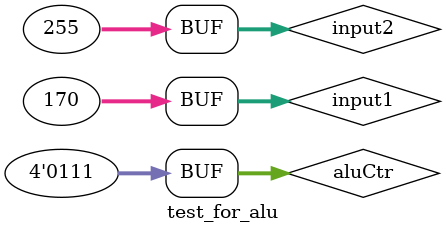
<source format=v>
`timescale 1ns / 1ps


module test_for_alu;

	// Inputs
	reg [31:0] input1;
	reg [31:0] input2;
	reg [3:0] aluCtr;

	// Outputs
	wire zero;
	wire [31:0] aluRes;

	// Instantiate the Unit Under Test (UUT)
	alu uut (
		.input1(input1), 
		.input2(input2), 
		.aluCtr(aluCtr), 
		.zero(zero), 
		.aluRes(aluRes)
	);

	initial begin
		// Initialize Inputs
		input1 = 0;
		input2 = 0;
		aluCtr = 0;

		// Wait 100 ns for global reset to finish
		#100;
      #100
		begin
		input1=0;
		input2=0;
		aluCtr=0;
		end
      #100
		begin
		input1=255;
		input2=170;
		aluCtr=0;
		end      
		#100
		begin
		input1=255;
		input2=170;
		aluCtr=1;
		end      
		#100
		begin
		input1=1;
		input2=1;
		aluCtr=2;
		end      
		#100
		begin
		input1=255;
		input2=170;
		aluCtr=6;
		end
		#100
		begin
		input1=1;
		input2=1;
		aluCtr=6;
		end
		#100
		begin
		input1=250;
		input2=170;
		aluCtr=7;
		end
		#100
		begin
		input1=32'b10000000000000000000000000000001;
		input2=32'b10000000000000000000000000000010;
		aluCtr=12;
		end   
      #100
		begin
		input1=170;
		input2=255;
		aluCtr=7;
		end

		// Add stimulus here

	end
      
endmodule


</source>
